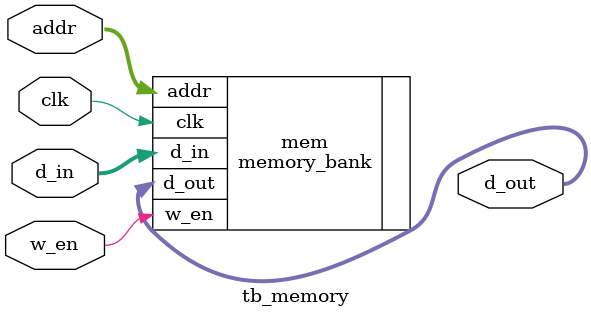
<source format=v>
`timescale 1ns / 1ps

module tb_memory(clk, w_en, addr, d_in, d_out);
    input clk, w_en;
    input [7:0] d_in;
    input [8:0] addr;
    output [7:0] d_out;

    memory_bank mem(
        .clk(clk),
        .w_en(w_en),
        .addr(addr),
        .d_in(d_in),
        .d_out(d_out)
    );

endmodule

</source>
